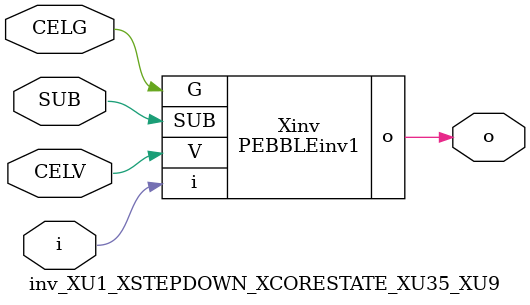
<source format=v>



module PEBBLEinv1 ( o, G, SUB, V, i );

  input V;
  input i;
  input G;
  output o;
  input SUB;
endmodule

//Celera Confidential Do Not Copy inv_XU1_XSTEPDOWN_XCORESTATE_XU35_XU9
//Celera Confidential Symbol Generator
//5V Inverter
module inv_XU1_XSTEPDOWN_XCORESTATE_XU35_XU9 (CELV,CELG,i,o,SUB);
input CELV;
input CELG;
input i;
input SUB;
output o;

//Celera Confidential Do Not Copy inv
PEBBLEinv1 Xinv(
.V (CELV),
.i (i),
.o (o),
.SUB (SUB),
.G (CELG)
);
//,diesize,PEBBLEinv1

//Celera Confidential Do Not Copy Module End
//Celera Schematic Generator
endmodule

</source>
